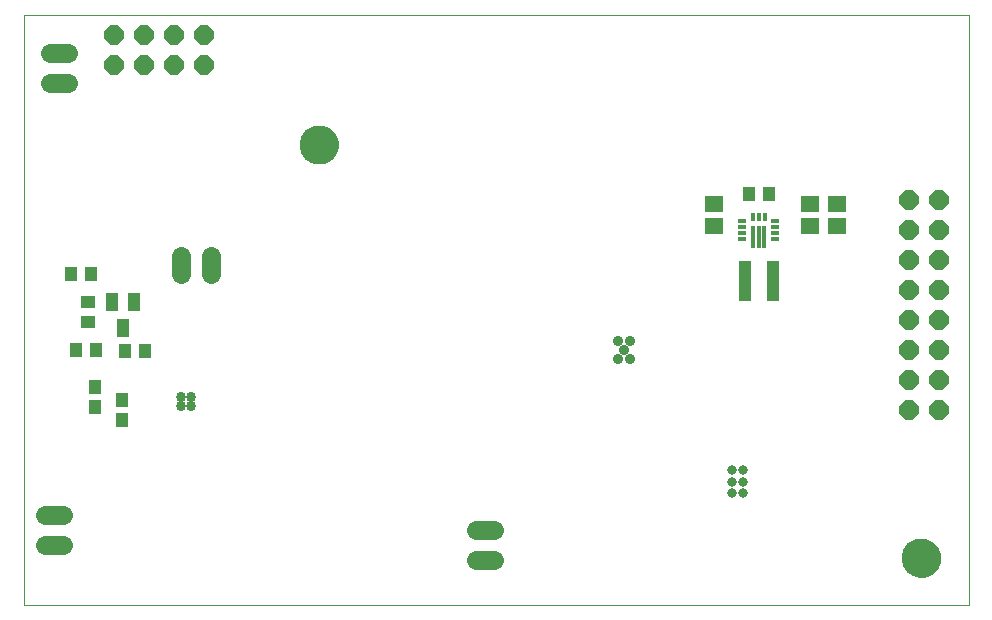
<source format=gbs>
G75*
%MOIN*%
%OFA0B0*%
%FSLAX25Y25*%
%IPPOS*%
%LPD*%
%AMOC8*
5,1,8,0,0,1.08239X$1,22.5*
%
%ADD10C,0.00000*%
%ADD11C,0.12998*%
%ADD12C,0.03400*%
%ADD13C,0.03581*%
%ADD14C,0.03600*%
%ADD15R,0.01300X0.07400*%
%ADD16R,0.02800X0.01300*%
%ADD17R,0.01300X0.02800*%
%ADD18R,0.06306X0.05518*%
%ADD19R,0.04337X0.04731*%
%ADD20R,0.04200X0.13600*%
%ADD21C,0.03187*%
%ADD22R,0.04337X0.05912*%
%ADD23R,0.04731X0.04337*%
%ADD24C,0.06400*%
%ADD25OC8,0.06400*%
D10*
X0027103Y0012487D02*
X0027103Y0209337D01*
X0342063Y0209337D01*
X0342063Y0012487D01*
X0027103Y0012487D01*
X0119229Y0166030D02*
X0119231Y0166188D01*
X0119237Y0166346D01*
X0119247Y0166504D01*
X0119261Y0166662D01*
X0119279Y0166819D01*
X0119300Y0166976D01*
X0119326Y0167132D01*
X0119356Y0167288D01*
X0119389Y0167443D01*
X0119427Y0167596D01*
X0119468Y0167749D01*
X0119513Y0167901D01*
X0119562Y0168052D01*
X0119615Y0168201D01*
X0119671Y0168349D01*
X0119731Y0168495D01*
X0119795Y0168640D01*
X0119863Y0168783D01*
X0119934Y0168925D01*
X0120008Y0169065D01*
X0120086Y0169202D01*
X0120168Y0169338D01*
X0120252Y0169472D01*
X0120341Y0169603D01*
X0120432Y0169732D01*
X0120527Y0169859D01*
X0120624Y0169984D01*
X0120725Y0170106D01*
X0120829Y0170225D01*
X0120936Y0170342D01*
X0121046Y0170456D01*
X0121159Y0170567D01*
X0121274Y0170676D01*
X0121392Y0170781D01*
X0121513Y0170883D01*
X0121636Y0170983D01*
X0121762Y0171079D01*
X0121890Y0171172D01*
X0122020Y0171262D01*
X0122153Y0171348D01*
X0122288Y0171432D01*
X0122424Y0171511D01*
X0122563Y0171588D01*
X0122704Y0171660D01*
X0122846Y0171730D01*
X0122990Y0171795D01*
X0123136Y0171857D01*
X0123283Y0171915D01*
X0123432Y0171970D01*
X0123582Y0172021D01*
X0123733Y0172068D01*
X0123885Y0172111D01*
X0124038Y0172150D01*
X0124193Y0172186D01*
X0124348Y0172217D01*
X0124504Y0172245D01*
X0124660Y0172269D01*
X0124817Y0172289D01*
X0124975Y0172305D01*
X0125132Y0172317D01*
X0125291Y0172325D01*
X0125449Y0172329D01*
X0125607Y0172329D01*
X0125765Y0172325D01*
X0125924Y0172317D01*
X0126081Y0172305D01*
X0126239Y0172289D01*
X0126396Y0172269D01*
X0126552Y0172245D01*
X0126708Y0172217D01*
X0126863Y0172186D01*
X0127018Y0172150D01*
X0127171Y0172111D01*
X0127323Y0172068D01*
X0127474Y0172021D01*
X0127624Y0171970D01*
X0127773Y0171915D01*
X0127920Y0171857D01*
X0128066Y0171795D01*
X0128210Y0171730D01*
X0128352Y0171660D01*
X0128493Y0171588D01*
X0128632Y0171511D01*
X0128768Y0171432D01*
X0128903Y0171348D01*
X0129036Y0171262D01*
X0129166Y0171172D01*
X0129294Y0171079D01*
X0129420Y0170983D01*
X0129543Y0170883D01*
X0129664Y0170781D01*
X0129782Y0170676D01*
X0129897Y0170567D01*
X0130010Y0170456D01*
X0130120Y0170342D01*
X0130227Y0170225D01*
X0130331Y0170106D01*
X0130432Y0169984D01*
X0130529Y0169859D01*
X0130624Y0169732D01*
X0130715Y0169603D01*
X0130804Y0169472D01*
X0130888Y0169338D01*
X0130970Y0169202D01*
X0131048Y0169065D01*
X0131122Y0168925D01*
X0131193Y0168783D01*
X0131261Y0168640D01*
X0131325Y0168495D01*
X0131385Y0168349D01*
X0131441Y0168201D01*
X0131494Y0168052D01*
X0131543Y0167901D01*
X0131588Y0167749D01*
X0131629Y0167596D01*
X0131667Y0167443D01*
X0131700Y0167288D01*
X0131730Y0167132D01*
X0131756Y0166976D01*
X0131777Y0166819D01*
X0131795Y0166662D01*
X0131809Y0166504D01*
X0131819Y0166346D01*
X0131825Y0166188D01*
X0131827Y0166030D01*
X0131825Y0165872D01*
X0131819Y0165714D01*
X0131809Y0165556D01*
X0131795Y0165398D01*
X0131777Y0165241D01*
X0131756Y0165084D01*
X0131730Y0164928D01*
X0131700Y0164772D01*
X0131667Y0164617D01*
X0131629Y0164464D01*
X0131588Y0164311D01*
X0131543Y0164159D01*
X0131494Y0164008D01*
X0131441Y0163859D01*
X0131385Y0163711D01*
X0131325Y0163565D01*
X0131261Y0163420D01*
X0131193Y0163277D01*
X0131122Y0163135D01*
X0131048Y0162995D01*
X0130970Y0162858D01*
X0130888Y0162722D01*
X0130804Y0162588D01*
X0130715Y0162457D01*
X0130624Y0162328D01*
X0130529Y0162201D01*
X0130432Y0162076D01*
X0130331Y0161954D01*
X0130227Y0161835D01*
X0130120Y0161718D01*
X0130010Y0161604D01*
X0129897Y0161493D01*
X0129782Y0161384D01*
X0129664Y0161279D01*
X0129543Y0161177D01*
X0129420Y0161077D01*
X0129294Y0160981D01*
X0129166Y0160888D01*
X0129036Y0160798D01*
X0128903Y0160712D01*
X0128768Y0160628D01*
X0128632Y0160549D01*
X0128493Y0160472D01*
X0128352Y0160400D01*
X0128210Y0160330D01*
X0128066Y0160265D01*
X0127920Y0160203D01*
X0127773Y0160145D01*
X0127624Y0160090D01*
X0127474Y0160039D01*
X0127323Y0159992D01*
X0127171Y0159949D01*
X0127018Y0159910D01*
X0126863Y0159874D01*
X0126708Y0159843D01*
X0126552Y0159815D01*
X0126396Y0159791D01*
X0126239Y0159771D01*
X0126081Y0159755D01*
X0125924Y0159743D01*
X0125765Y0159735D01*
X0125607Y0159731D01*
X0125449Y0159731D01*
X0125291Y0159735D01*
X0125132Y0159743D01*
X0124975Y0159755D01*
X0124817Y0159771D01*
X0124660Y0159791D01*
X0124504Y0159815D01*
X0124348Y0159843D01*
X0124193Y0159874D01*
X0124038Y0159910D01*
X0123885Y0159949D01*
X0123733Y0159992D01*
X0123582Y0160039D01*
X0123432Y0160090D01*
X0123283Y0160145D01*
X0123136Y0160203D01*
X0122990Y0160265D01*
X0122846Y0160330D01*
X0122704Y0160400D01*
X0122563Y0160472D01*
X0122424Y0160549D01*
X0122288Y0160628D01*
X0122153Y0160712D01*
X0122020Y0160798D01*
X0121890Y0160888D01*
X0121762Y0160981D01*
X0121636Y0161077D01*
X0121513Y0161177D01*
X0121392Y0161279D01*
X0121274Y0161384D01*
X0121159Y0161493D01*
X0121046Y0161604D01*
X0120936Y0161718D01*
X0120829Y0161835D01*
X0120725Y0161954D01*
X0120624Y0162076D01*
X0120527Y0162201D01*
X0120432Y0162328D01*
X0120341Y0162457D01*
X0120252Y0162588D01*
X0120168Y0162722D01*
X0120086Y0162858D01*
X0120008Y0162995D01*
X0119934Y0163135D01*
X0119863Y0163277D01*
X0119795Y0163420D01*
X0119731Y0163565D01*
X0119671Y0163711D01*
X0119615Y0163859D01*
X0119562Y0164008D01*
X0119513Y0164159D01*
X0119468Y0164311D01*
X0119427Y0164464D01*
X0119389Y0164617D01*
X0119356Y0164772D01*
X0119326Y0164928D01*
X0119300Y0165084D01*
X0119279Y0165241D01*
X0119261Y0165398D01*
X0119247Y0165556D01*
X0119237Y0165714D01*
X0119231Y0165872D01*
X0119229Y0166030D01*
X0320016Y0028235D02*
X0320018Y0028393D01*
X0320024Y0028551D01*
X0320034Y0028709D01*
X0320048Y0028867D01*
X0320066Y0029024D01*
X0320087Y0029181D01*
X0320113Y0029337D01*
X0320143Y0029493D01*
X0320176Y0029648D01*
X0320214Y0029801D01*
X0320255Y0029954D01*
X0320300Y0030106D01*
X0320349Y0030257D01*
X0320402Y0030406D01*
X0320458Y0030554D01*
X0320518Y0030700D01*
X0320582Y0030845D01*
X0320650Y0030988D01*
X0320721Y0031130D01*
X0320795Y0031270D01*
X0320873Y0031407D01*
X0320955Y0031543D01*
X0321039Y0031677D01*
X0321128Y0031808D01*
X0321219Y0031937D01*
X0321314Y0032064D01*
X0321411Y0032189D01*
X0321512Y0032311D01*
X0321616Y0032430D01*
X0321723Y0032547D01*
X0321833Y0032661D01*
X0321946Y0032772D01*
X0322061Y0032881D01*
X0322179Y0032986D01*
X0322300Y0033088D01*
X0322423Y0033188D01*
X0322549Y0033284D01*
X0322677Y0033377D01*
X0322807Y0033467D01*
X0322940Y0033553D01*
X0323075Y0033637D01*
X0323211Y0033716D01*
X0323350Y0033793D01*
X0323491Y0033865D01*
X0323633Y0033935D01*
X0323777Y0034000D01*
X0323923Y0034062D01*
X0324070Y0034120D01*
X0324219Y0034175D01*
X0324369Y0034226D01*
X0324520Y0034273D01*
X0324672Y0034316D01*
X0324825Y0034355D01*
X0324980Y0034391D01*
X0325135Y0034422D01*
X0325291Y0034450D01*
X0325447Y0034474D01*
X0325604Y0034494D01*
X0325762Y0034510D01*
X0325919Y0034522D01*
X0326078Y0034530D01*
X0326236Y0034534D01*
X0326394Y0034534D01*
X0326552Y0034530D01*
X0326711Y0034522D01*
X0326868Y0034510D01*
X0327026Y0034494D01*
X0327183Y0034474D01*
X0327339Y0034450D01*
X0327495Y0034422D01*
X0327650Y0034391D01*
X0327805Y0034355D01*
X0327958Y0034316D01*
X0328110Y0034273D01*
X0328261Y0034226D01*
X0328411Y0034175D01*
X0328560Y0034120D01*
X0328707Y0034062D01*
X0328853Y0034000D01*
X0328997Y0033935D01*
X0329139Y0033865D01*
X0329280Y0033793D01*
X0329419Y0033716D01*
X0329555Y0033637D01*
X0329690Y0033553D01*
X0329823Y0033467D01*
X0329953Y0033377D01*
X0330081Y0033284D01*
X0330207Y0033188D01*
X0330330Y0033088D01*
X0330451Y0032986D01*
X0330569Y0032881D01*
X0330684Y0032772D01*
X0330797Y0032661D01*
X0330907Y0032547D01*
X0331014Y0032430D01*
X0331118Y0032311D01*
X0331219Y0032189D01*
X0331316Y0032064D01*
X0331411Y0031937D01*
X0331502Y0031808D01*
X0331591Y0031677D01*
X0331675Y0031543D01*
X0331757Y0031407D01*
X0331835Y0031270D01*
X0331909Y0031130D01*
X0331980Y0030988D01*
X0332048Y0030845D01*
X0332112Y0030700D01*
X0332172Y0030554D01*
X0332228Y0030406D01*
X0332281Y0030257D01*
X0332330Y0030106D01*
X0332375Y0029954D01*
X0332416Y0029801D01*
X0332454Y0029648D01*
X0332487Y0029493D01*
X0332517Y0029337D01*
X0332543Y0029181D01*
X0332564Y0029024D01*
X0332582Y0028867D01*
X0332596Y0028709D01*
X0332606Y0028551D01*
X0332612Y0028393D01*
X0332614Y0028235D01*
X0332612Y0028077D01*
X0332606Y0027919D01*
X0332596Y0027761D01*
X0332582Y0027603D01*
X0332564Y0027446D01*
X0332543Y0027289D01*
X0332517Y0027133D01*
X0332487Y0026977D01*
X0332454Y0026822D01*
X0332416Y0026669D01*
X0332375Y0026516D01*
X0332330Y0026364D01*
X0332281Y0026213D01*
X0332228Y0026064D01*
X0332172Y0025916D01*
X0332112Y0025770D01*
X0332048Y0025625D01*
X0331980Y0025482D01*
X0331909Y0025340D01*
X0331835Y0025200D01*
X0331757Y0025063D01*
X0331675Y0024927D01*
X0331591Y0024793D01*
X0331502Y0024662D01*
X0331411Y0024533D01*
X0331316Y0024406D01*
X0331219Y0024281D01*
X0331118Y0024159D01*
X0331014Y0024040D01*
X0330907Y0023923D01*
X0330797Y0023809D01*
X0330684Y0023698D01*
X0330569Y0023589D01*
X0330451Y0023484D01*
X0330330Y0023382D01*
X0330207Y0023282D01*
X0330081Y0023186D01*
X0329953Y0023093D01*
X0329823Y0023003D01*
X0329690Y0022917D01*
X0329555Y0022833D01*
X0329419Y0022754D01*
X0329280Y0022677D01*
X0329139Y0022605D01*
X0328997Y0022535D01*
X0328853Y0022470D01*
X0328707Y0022408D01*
X0328560Y0022350D01*
X0328411Y0022295D01*
X0328261Y0022244D01*
X0328110Y0022197D01*
X0327958Y0022154D01*
X0327805Y0022115D01*
X0327650Y0022079D01*
X0327495Y0022048D01*
X0327339Y0022020D01*
X0327183Y0021996D01*
X0327026Y0021976D01*
X0326868Y0021960D01*
X0326711Y0021948D01*
X0326552Y0021940D01*
X0326394Y0021936D01*
X0326236Y0021936D01*
X0326078Y0021940D01*
X0325919Y0021948D01*
X0325762Y0021960D01*
X0325604Y0021976D01*
X0325447Y0021996D01*
X0325291Y0022020D01*
X0325135Y0022048D01*
X0324980Y0022079D01*
X0324825Y0022115D01*
X0324672Y0022154D01*
X0324520Y0022197D01*
X0324369Y0022244D01*
X0324219Y0022295D01*
X0324070Y0022350D01*
X0323923Y0022408D01*
X0323777Y0022470D01*
X0323633Y0022535D01*
X0323491Y0022605D01*
X0323350Y0022677D01*
X0323211Y0022754D01*
X0323075Y0022833D01*
X0322940Y0022917D01*
X0322807Y0023003D01*
X0322677Y0023093D01*
X0322549Y0023186D01*
X0322423Y0023282D01*
X0322300Y0023382D01*
X0322179Y0023484D01*
X0322061Y0023589D01*
X0321946Y0023698D01*
X0321833Y0023809D01*
X0321723Y0023923D01*
X0321616Y0024040D01*
X0321512Y0024159D01*
X0321411Y0024281D01*
X0321314Y0024406D01*
X0321219Y0024533D01*
X0321128Y0024662D01*
X0321039Y0024793D01*
X0320955Y0024927D01*
X0320873Y0025063D01*
X0320795Y0025200D01*
X0320721Y0025340D01*
X0320650Y0025482D01*
X0320582Y0025625D01*
X0320518Y0025770D01*
X0320458Y0025916D01*
X0320402Y0026064D01*
X0320349Y0026213D01*
X0320300Y0026364D01*
X0320255Y0026516D01*
X0320214Y0026669D01*
X0320176Y0026822D01*
X0320143Y0026977D01*
X0320113Y0027133D01*
X0320087Y0027289D01*
X0320066Y0027446D01*
X0320048Y0027603D01*
X0320034Y0027761D01*
X0320024Y0027919D01*
X0320018Y0028077D01*
X0320016Y0028235D01*
D11*
X0326315Y0028235D03*
X0125528Y0166030D03*
D12*
X0082876Y0082039D03*
X0082876Y0078839D03*
X0079676Y0078839D03*
X0079676Y0082039D03*
D13*
X0225103Y0094487D03*
X0229103Y0094487D03*
X0227103Y0097487D03*
X0229103Y0100487D03*
D14*
X0225103Y0100487D03*
D15*
X0270174Y0135302D03*
X0272103Y0135302D03*
X0274032Y0135302D03*
D16*
X0277615Y0134534D03*
X0277615Y0136502D03*
X0277615Y0138471D03*
X0277615Y0140439D03*
X0266591Y0140439D03*
X0266591Y0138471D03*
X0266591Y0136502D03*
X0266591Y0134534D03*
D17*
X0270134Y0142014D03*
X0272103Y0142014D03*
X0274071Y0142014D03*
D18*
X0289071Y0138746D03*
X0298087Y0138746D03*
X0298087Y0146227D03*
X0289071Y0146227D03*
X0257103Y0146227D03*
X0257103Y0138746D03*
D19*
X0268756Y0149455D03*
X0275449Y0149455D03*
X0067536Y0097329D03*
X0060843Y0097329D03*
X0051158Y0097605D03*
X0044465Y0097605D03*
X0051000Y0085124D03*
X0051000Y0078432D03*
X0059780Y0080833D03*
X0059780Y0074140D03*
X0049544Y0123038D03*
X0042851Y0123038D03*
D20*
X0267453Y0120518D03*
X0276753Y0120518D03*
D21*
X0267024Y0057664D03*
X0263087Y0057664D03*
X0263087Y0053727D03*
X0267024Y0053727D03*
X0267024Y0049790D03*
X0263087Y0049790D03*
D22*
X0063914Y0113707D03*
X0056434Y0113707D03*
X0060174Y0105046D03*
D23*
X0048560Y0107014D03*
X0048560Y0113707D03*
D24*
X0079465Y0122802D02*
X0079465Y0128802D01*
X0089465Y0128802D02*
X0089465Y0122802D01*
X0041756Y0186660D02*
X0035756Y0186660D01*
X0035756Y0196660D02*
X0041756Y0196660D01*
X0040103Y0042487D02*
X0034103Y0042487D01*
X0034103Y0032487D02*
X0040103Y0032487D01*
X0178040Y0037487D02*
X0184040Y0037487D01*
X0184040Y0027487D02*
X0178040Y0027487D01*
D25*
X0322103Y0077487D03*
X0332103Y0077487D03*
X0332103Y0087487D03*
X0322103Y0087487D03*
X0322103Y0097487D03*
X0332103Y0097487D03*
X0332103Y0107487D03*
X0322103Y0107487D03*
X0322103Y0117487D03*
X0332103Y0117487D03*
X0332103Y0127487D03*
X0322103Y0127487D03*
X0322103Y0137487D03*
X0332103Y0137487D03*
X0332103Y0147487D03*
X0322103Y0147487D03*
X0087103Y0192487D03*
X0077103Y0192487D03*
X0067103Y0192487D03*
X0057103Y0192487D03*
X0057103Y0202487D03*
X0067103Y0202487D03*
X0077103Y0202487D03*
X0087103Y0202487D03*
M02*

</source>
